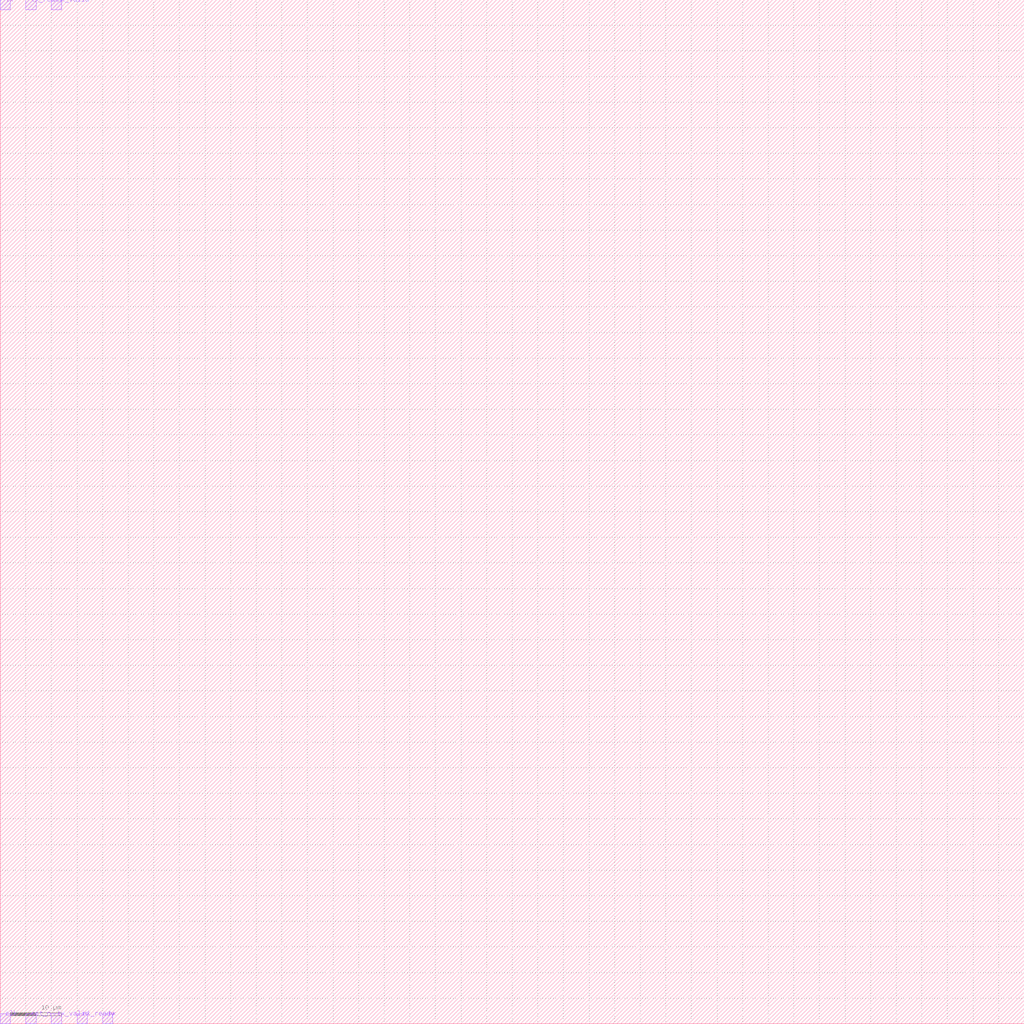
<source format=lef>
VERSION 5.8 ;
BUSBITCHARS "[]" ;
DIVIDERCHAR "/" ;

MACRO uart
  CLASS BLOCK ;
  ORIGIN 0 0 ;
  SIZE 200 BY 200 ;
  SYMMETRY X Y ;

  PIN clk
    DIRECTION INPUT ;
    USE SIGNAL ;
    PORT
      LAYER metal1 ;
      RECT 0 0 2 2 ;
    END
  END clk

  PIN rst_n
    DIRECTION INPUT ;
    USE SIGNAL ;
    PORT
      LAYER metal1 ;
      RECT 5 0 7 2 ;
    END
  END rst_n

  PIN tx_valid
    DIRECTION INPUT ;
    USE SIGNAL ;
    PORT
      LAYER metal1 ;
      RECT 10 0 12 2 ;
    END
  END tx_valid

  PIN rx_ready
    DIRECTION INPUT ;
    USE SIGNAL ;
    PORT
      LAYER metal1 ;
      RECT 15 0 17 2 ;
    END
  END rx_ready

  PIN rx
    DIRECTION INPUT ;
    USE SIGNAL ;
    PORT
      LAYER metal1 ;
      RECT 20 0 22 2 ;
    END
  END rx

  PIN tx
    DIRECTION OUTPUT ;
    USE SIGNAL ;
    PORT
      LAYER metal1 ;
      RECT 0 198 2 200 ;
    END
  END tx

  PIN tx_ready
    DIRECTION OUTPUT ;
    USE SIGNAL ;
    PORT
      LAYER metal1 ;
      RECT 5 198 7 200 ;
    END
  END tx_ready

  PIN rx_valid
    DIRECTION OUTPUT ;
    USE SIGNAL ;
    PORT
      LAYER metal1 ;
      RECT 10 198 12 200 ;
    END
  END rx_valid

END uart

END LIBRARY

</source>
